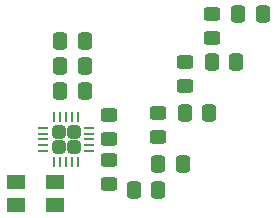
<source format=gbr>
%TF.GenerationSoftware,KiCad,Pcbnew,8.0.3*%
%TF.CreationDate,2024-10-23T17:21:21+02:00*%
%TF.ProjectId,aprs_test_board,61707273-5f74-4657-9374-5f626f617264,rev?*%
%TF.SameCoordinates,Original*%
%TF.FileFunction,Paste,Top*%
%TF.FilePolarity,Positive*%
%FSLAX46Y46*%
G04 Gerber Fmt 4.6, Leading zero omitted, Abs format (unit mm)*
G04 Created by KiCad (PCBNEW 8.0.3) date 2024-10-23 17:21:21*
%MOMM*%
%LPD*%
G01*
G04 APERTURE LIST*
G04 Aperture macros list*
%AMRoundRect*
0 Rectangle with rounded corners*
0 $1 Rounding radius*
0 $2 $3 $4 $5 $6 $7 $8 $9 X,Y pos of 4 corners*
0 Add a 4 corners polygon primitive as box body*
4,1,4,$2,$3,$4,$5,$6,$7,$8,$9,$2,$3,0*
0 Add four circle primitives for the rounded corners*
1,1,$1+$1,$2,$3*
1,1,$1+$1,$4,$5*
1,1,$1+$1,$6,$7*
1,1,$1+$1,$8,$9*
0 Add four rect primitives between the rounded corners*
20,1,$1+$1,$2,$3,$4,$5,0*
20,1,$1+$1,$4,$5,$6,$7,0*
20,1,$1+$1,$6,$7,$8,$9,0*
20,1,$1+$1,$8,$9,$2,$3,0*%
G04 Aperture macros list end*
%ADD10RoundRect,0.250000X-0.337500X-0.475000X0.337500X-0.475000X0.337500X0.475000X-0.337500X0.475000X0*%
%ADD11RoundRect,0.250000X0.450000X-0.325000X0.450000X0.325000X-0.450000X0.325000X-0.450000X-0.325000X0*%
%ADD12RoundRect,0.250000X0.337500X0.475000X-0.337500X0.475000X-0.337500X-0.475000X0.337500X-0.475000X0*%
%ADD13RoundRect,0.250000X-0.450000X0.325000X-0.450000X-0.325000X0.450000X-0.325000X0.450000X0.325000X0*%
%ADD14R,1.600000X1.300000*%
%ADD15RoundRect,0.250000X0.315000X0.315000X-0.315000X0.315000X-0.315000X-0.315000X0.315000X-0.315000X0*%
%ADD16RoundRect,0.062500X0.362500X0.062500X-0.362500X0.062500X-0.362500X-0.062500X0.362500X-0.062500X0*%
%ADD17RoundRect,0.062500X0.062500X0.362500X-0.062500X0.362500X-0.062500X-0.362500X0.062500X-0.362500X0*%
G04 APERTURE END LIST*
D10*
%TO.C,C8*%
X100345000Y-95080000D03*
X102420000Y-95080000D03*
%TD*%
D11*
%TO.C,L4*%
X110940000Y-98910000D03*
X110940000Y-96860000D03*
%TD*%
D12*
%TO.C,C5*%
X117497500Y-92780000D03*
X115422500Y-92780000D03*
%TD*%
%TO.C,C4*%
X115267500Y-96865000D03*
X113192500Y-96865000D03*
%TD*%
D11*
%TO.C,L5*%
X113190000Y-94835000D03*
X113190000Y-92785000D03*
%TD*%
D12*
%TO.C,C3*%
X112987500Y-101165000D03*
X110912500Y-101165000D03*
%TD*%
D13*
%TO.C,L1*%
X104530000Y-101312500D03*
X104530000Y-103362500D03*
%TD*%
D12*
%TO.C,C2*%
X110717500Y-105475000D03*
X108642500Y-105475000D03*
%TD*%
D10*
%TO.C,C7*%
X100345000Y-97190000D03*
X102420000Y-97190000D03*
%TD*%
D14*
%TO.C,Y1*%
X99920000Y-106980000D03*
X96620000Y-106980000D03*
X96620000Y-108980000D03*
X99920000Y-108980000D03*
%TD*%
D10*
%TO.C,C6*%
X100342500Y-99290000D03*
X102417500Y-99290000D03*
%TD*%
D13*
%TO.C,L2*%
X104520000Y-105160000D03*
X104520000Y-107210000D03*
%TD*%
D15*
%TO.C,U1*%
X101520000Y-104070000D03*
X101520000Y-102770000D03*
X100220000Y-104070000D03*
X100220000Y-102770000D03*
D16*
X102795000Y-104420000D03*
X102795000Y-103920000D03*
X102795000Y-103420000D03*
X102795000Y-102920000D03*
X102795000Y-102420000D03*
D17*
X101870000Y-101495000D03*
X101370000Y-101495000D03*
X100870000Y-101495000D03*
X100370000Y-101495000D03*
X99870000Y-101495000D03*
D16*
X98945000Y-102420000D03*
X98945000Y-102920000D03*
X98945000Y-103420000D03*
X98945000Y-103920000D03*
X98945000Y-104420000D03*
D17*
X99870000Y-105345000D03*
X100370000Y-105345000D03*
X100870000Y-105345000D03*
X101370000Y-105345000D03*
X101870000Y-105345000D03*
%TD*%
D11*
%TO.C,L3*%
X108660000Y-103230000D03*
X108660000Y-101180000D03*
%TD*%
D10*
%TO.C,C1*%
X106572500Y-107685000D03*
X108647500Y-107685000D03*
%TD*%
M02*

</source>
